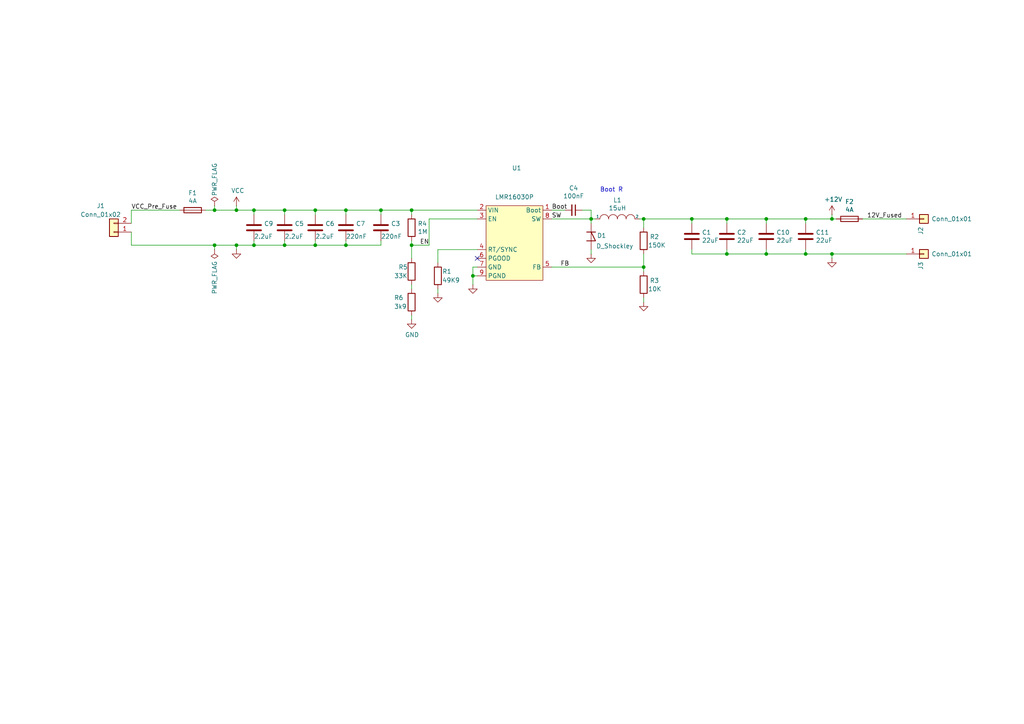
<source format=kicad_sch>
(kicad_sch (version 20231120) (generator "eeschema") (generator_version "8.0")
  (paper "A4")
  (lib_symbols
    (symbol "Connector_Generic:Conn_01x01" (pin_names (offset 1.016) hide)
      (property "Reference" "J" (at 0 2.54 0))
      (property "Value" "Conn_01x01" (at 0 -2.54 0))
      (symbol "Conn_01x01_1_1"
        (rectangle (start -1.27 0.127) (end 0 -0.127) (stroke (width 0.1524)))
        (rectangle (start -1.27 1.27) (end 1.27 -1.27) (stroke (width 0.254)) (fill (type background)))
        (pin passive line (at -5.08 0 0) (length 3.81) (name "Pin_1") (number "1"))
      )
    )
    (symbol "Connector_Generic:Conn_01x02" (pin_names (offset 1.016) hide)
      (property "Reference" "J" (at 0 2.54 0))
      (property "Value" "Conn_01x02" (at 0 -5.08 0))
      (symbol "Conn_01x02_1_1"
        (rectangle (start -1.27 -2.413) (end 0 -2.667) (stroke (width 0.1524)))
        (rectangle (start -1.27 0.127) (end 0 -0.127) (stroke (width 0.1524)))
        (rectangle (start -1.27 1.27) (end 1.27 -3.81) (stroke (width 0.254)) (fill (type background)))
        (pin passive line (at -5.08 0 0) (length 3.81) (name "Pin_1") (number "1"))
        (pin passive line (at -5.08 -2.54 0) (length 3.81) (name "Pin_2") (number "2"))
      )
    )
    (symbol "Device:C" (pin_numbers hide) (pin_names (offset 0.254))
      (property "Reference" "C" (at 0.635 2.54 0))
      (property "Value" "C" (at 0.635 -2.54 0))
      (symbol "C_0_1"
        (polyline (pts (xy -2.032 -0.762) (xy 2.032 -0.762)) (stroke (width 0.508)))
        (polyline (pts (xy -2.032 0.762) (xy 2.032 0.762)) (stroke (width 0.508)))
      )
      (symbol "C_1_1"
        (pin passive line (at 0 3.81 270) (length 2.794) (name "~") (number "1"))
        (pin passive line (at 0 -3.81 90) (length 2.794) (name "~") (number "2"))
      )
    )
    (symbol "Device:C_Small" (pin_numbers hide) (pin_names (offset 0.254) hide)
      (property "Reference" "C" (at 0.254 1.778 0))
      (property "Value" "C_Small" (at 0.254 -2.032 0))
      (symbol "C_Small_0_1"
        (polyline (pts (xy -1.524 -0.508) (xy 1.524 -0.508)) (stroke (width 0.3302)))
        (polyline (pts (xy -1.524 0.508) (xy 1.524 0.508)) (stroke (width 0.3048)))
      )
      (symbol "C_Small_1_1"
        (pin passive line (at 0 2.54 270) (length 2.032) (name "~") (number "1"))
        (pin passive line (at 0 -2.54 90) (length 2.032) (name "~") (number "2"))
      )
    )
    (symbol "Device:D_Shockley" (pin_numbers hide) (pin_names (offset 1.016) hide)
      (property "Reference" "D" (at 0 2.54 0))
      (property "Value" "D_Shockley" (at 0 -2.54 0))
      (symbol "D_Shockley_0_1"
        (polyline (pts (xy -1.27 0) (xy 1.27 0)))
        (polyline (pts (xy -1.27 1.27) (xy -1.27 -1.27)) (stroke (width 0.254)))
        (polyline (pts (xy -1.27 0) (xy 1.27 1.27) (xy 1.27 -1.27)) (stroke (width 0.254)))
      )
      (symbol "D_Shockley_1_1"
        (pin passive line (at -3.81 0 0) (length 2.54) (name "K") (number "1"))
        (pin passive line (at 3.81 0 180) (length 2.54) (name "A") (number "2"))
      )
    )
    (symbol "Device:Fuse" (pin_numbers hide) (pin_names (offset 0))
      (property "Reference" "F" (at 2.032 0 90))
      (property "Value" "Fuse" (at -1.905 0 90))
      (symbol "Fuse_0_1"
        (rectangle (start -0.762 -2.54) (end 0.762 2.54) (stroke (width 0.254)))
        (polyline (pts (xy 0 2.54) (xy 0 -2.54)))
      )
      (symbol "Fuse_1_1"
        (pin passive line (at 0 3.81 270) (length 1.27) (name "~") (number "1"))
        (pin passive line (at 0 -3.81 90) (length 1.27) (name "~") (number "2"))
      )
    )
    (symbol "Device:R" (pin_numbers hide) (pin_names (offset 0))
      (property "Reference" "R" (at 2.032 0 90))
      (property "Value" "R" (at 0 0 90))
      (symbol "R_0_1"
        (rectangle (start -1.016 -2.54) (end 1.016 2.54) (stroke (width 0.254)))
      )
      (symbol "R_1_1"
        (pin passive line (at 0 3.81 270) (length 1.27) (name "~") (number "1"))
        (pin passive line (at 0 -3.81 90) (length 1.27) (name "~") (number "2"))
      )
    )
    (symbol "cacophony-library:LMR16030P"
      (property "Reference" "U2" (at -0.635 16.51 0))
      (property "Value" "LMR16030P" (at -0.635 13.97 0))
      (symbol "LMR16030P_0_1"
        (rectangle (start -8.89 11.43) (end 7.62 -10.16) (fill (type background)))
      )
      (symbol "LMR16030P_1_1"
        (pin passive line (at 10.16 10.16 180) (length 2.54) (name "Boot") (number "1"))
        (pin passive line (at -11.43 10.16 0) (length 2.54) (name "VIN") (number "2"))
        (pin passive line (at -11.43 7.62 0) (length 2.54) (name "EN") (number "3"))
        (pin passive line (at -11.43 -1.27 0) (length 2.54) (name "RT/SYNC") (number "4"))
        (pin passive line (at 10.16 -6.35 180) (length 2.54) (name "FB") (number "5"))
        (pin passive line (at -11.43 -3.81 0) (length 2.54) (name "PGOOD") (number "6"))
        (pin passive line (at -11.43 -6.35 0) (length 2.54) (name "GND") (number "7"))
        (pin power_out line (at 10.16 7.62 180) (length 2.54) (name "SW") (number "8"))
        (pin passive line (at -11.43 -8.89 0) (length 2.54) (name "PGND") (number "9"))
      )
    )
    (symbol "cacophony-library:Power_Inductor" (pin_numbers hide) (pin_names (offset 0))
      (property "Reference" "L" (at 0 6.35 0))
      (property "Value" "H" (at 0 3.81 0))
      (symbol "Power_Inductor_0_1"
        (arc (start -2.54 0) (mid -3.81 1.2645) (end -5.08 0))
        (arc (start 0 0) (mid -1.27 1.2645) (end -2.54 0))
        (arc (start 2.54 0) (mid 1.27 1.2645) (end 0 0))
        (arc (start 5.08 0) (mid 3.81 1.2645) (end 2.54 0))
      )
      (symbol "Power_Inductor_1_1"
        (pin power_in line (at -6.35 0 0) (length 1.27) (name "1") (number "1"))
        (pin power_out line (at 6.35 0 180) (length 1.27) (name "2") (number "2"))
      )
    )
    (symbol "power:+12V" (power) (pin_numbers hide) (pin_names (offset 0) hide)
      (property "Value" "+12V" (at 0 3.556 0))
      (symbol "+12V_0_1"
        (polyline (pts (xy -0.762 1.27) (xy 0 2.54)))
        (polyline (pts (xy 0 0) (xy 0 2.54)))
        (polyline (pts (xy 0 2.54) (xy 0.762 1.27)))
      )
      (symbol "+12V_1_1"
        (pin power_in line (at 0 0 90) (length 0) (name "~") (number "1"))
      )
    )
    (symbol "power:GND" (power) (pin_numbers hide) (pin_names (offset 0) hide)
      (property "Value" "GND" (at 0 -3.81 0))
      (symbol "GND_0_1"
        (polyline (pts (xy 0 0) (xy 0 -1.27) (xy 1.27 -1.27) (xy 0 -2.54) (xy -1.27 -1.27) (xy 0 -1.27)))
      )
      (symbol "GND_1_1"
        (pin power_in line (at 0 0 270) (length 0) (name "~") (number "1"))
      )
    )
    (symbol "power:PWR_FLAG" (power) (pin_numbers hide) (pin_names (offset 0) hide)
      (property "Value" "PWR_FLAG" (at 0 3.81 0))
      (symbol "PWR_FLAG_0_0"
        (pin power_out line (at 0 0 90) (length 0) (name "~") (number "1"))
      )
      (symbol "PWR_FLAG_0_1"
        (polyline (pts (xy 0 0) (xy 0 1.27) (xy -1.016 1.905) (xy 0 2.54) (xy 1.016 1.905) (xy 0 1.27)))
      )
    )
    (symbol "power:VCC" (power) (pin_numbers hide) (pin_names (offset 0) hide)
      (property "Value" "VCC" (at 0 3.556 0))
      (symbol "VCC_0_1"
        (polyline (pts (xy -0.762 1.27) (xy 0 2.54)))
        (polyline (pts (xy 0 0) (xy 0 2.54)))
        (polyline (pts (xy 0 2.54) (xy 0.762 1.27)))
      )
      (symbol "VCC_1_1"
        (pin power_in line (at 0 0 90) (length 0) (name "~") (number "1"))
      )
    )
  )
  (junction (at 186.69 63.5))
  (junction (at 137.16 80.01))
  (junction (at 171.45 63.5))
  (junction (at 222.25 73.66))
  (junction (at 73.66 60.96))
  (junction (at 233.68 63.5))
  (junction (at 68.58 71.12))
  (junction (at 241.3 73.66))
  (junction (at 62.23 71.12))
  (junction (at 200.66 63.5))
  (junction (at 210.82 63.5))
  (junction (at 222.25 63.5))
  (junction (at 210.82 73.66))
  (junction (at 100.33 71.12))
  (junction (at 73.66 71.12))
  (junction (at 119.38 60.96))
  (junction (at 82.55 71.12))
  (junction (at 82.55 60.96))
  (junction (at 110.49 60.96))
  (junction (at 91.44 71.12))
  (junction (at 233.68 73.66))
  (junction (at 241.3 63.5))
  (junction (at 62.23 60.96))
  (junction (at 91.44 60.96))
  (junction (at 100.33 60.96))
  (junction (at 186.69 77.47))
  (junction (at 68.58 60.96))
  (junction (at 119.38 71.12))
  (no_connect (at 138.43 74.93))
  (wire (pts (xy 100.33 60.96) (xy 91.44 60.96)))
  (wire (pts (xy 186.69 63.5) (xy 186.69 66.04)))
  (wire (pts (xy 119.38 69.85) (xy 119.38 71.12)))
  (wire (pts (xy 127 72.39) (xy 127 76.2)))
  (wire (pts (xy 250.19 63.5) (xy 262.89 63.5)))
  (wire (pts (xy 241.3 73.66) (xy 233.68 73.66)))
  (wire (pts (xy 110.49 69.85) (xy 110.49 71.12)))
  (wire (pts (xy 186.69 87.63) (xy 186.69 86.36)))
  (wire (pts (xy 91.44 60.96) (xy 82.55 60.96)))
  (wire (pts (xy 186.69 63.5) (xy 200.66 63.5)))
  (wire (pts (xy 100.33 60.96) (xy 110.49 60.96)))
  (wire (pts (xy 38.1 71.12) (xy 62.23 71.12)))
  (wire (pts (xy 73.66 71.12) (xy 82.55 71.12)))
  (wire (pts (xy 233.68 73.66) (xy 233.68 72.39)))
  (wire (pts (xy 62.23 71.12) (xy 68.58 71.12)))
  (wire (pts (xy 171.45 64.77) (xy 171.45 63.5)))
  (wire (pts (xy 222.25 73.66) (xy 233.68 73.66)))
  (wire (pts (xy 171.45 63.5) (xy 172.72 63.5)))
  (wire (pts (xy 200.66 73.66) (xy 210.82 73.66)))
  (wire (pts (xy 73.66 71.12) (xy 73.66 69.85)))
  (wire (pts (xy 160.02 60.96) (xy 163.83 60.96)))
  (wire (pts (xy 73.66 60.96) (xy 73.66 62.23)))
  (wire (pts (xy 186.69 77.47) (xy 186.69 73.66)))
  (wire (pts (xy 233.68 63.5) (xy 222.25 63.5)))
  (wire (pts (xy 119.38 91.44) (xy 119.38 92.71)))
  (wire (pts (xy 91.44 71.12) (xy 82.55 71.12)))
  (wire (pts (xy 241.3 74.93) (xy 241.3 73.66)))
  (wire (pts (xy 73.66 60.96) (xy 82.55 60.96)))
  (wire (pts (xy 222.25 73.66) (xy 222.25 72.39)))
  (wire (pts (xy 200.66 64.77) (xy 200.66 63.5)))
  (wire (pts (xy 68.58 71.12) (xy 68.58 72.39)))
  (wire (pts (xy 200.66 63.5) (xy 210.82 63.5)))
  (wire (pts (xy 185.42 63.5) (xy 186.69 63.5)))
  (wire (pts (xy 119.38 83.82) (xy 119.38 82.55)))
  (wire (pts (xy 100.33 71.12) (xy 91.44 71.12)))
  (wire (pts (xy 119.38 60.96) (xy 138.43 60.96)))
  (wire (pts (xy 119.38 62.23) (xy 119.38 60.96)))
  (wire (pts (xy 38.1 60.96) (xy 52.07 60.96)))
  (wire (pts (xy 100.33 71.12) (xy 110.49 71.12)))
  (wire (pts (xy 233.68 64.77) (xy 233.68 63.5)))
  (wire (pts (xy 68.58 71.12) (xy 73.66 71.12)))
  (wire (pts (xy 160.02 63.5) (xy 171.45 63.5)))
  (wire (pts (xy 119.38 71.12) (xy 124.46 71.12)))
  (wire (pts (xy 241.3 62.23) (xy 241.3 63.5)))
  (wire (pts (xy 91.44 62.23) (xy 91.44 60.96)))
  (wire (pts (xy 91.44 69.85) (xy 91.44 71.12)))
  (wire (pts (xy 38.1 60.96) (xy 38.1 64.77)))
  (wire (pts (xy 210.82 63.5) (xy 210.82 64.77)))
  (wire (pts (xy 127 83.82) (xy 127 85.09)))
  (wire (pts (xy 171.45 60.96) (xy 171.45 63.5)))
  (wire (pts (xy 137.16 80.01) (xy 137.16 82.55)))
  (wire (pts (xy 171.45 72.39) (xy 171.45 73.66)))
  (wire (pts (xy 62.23 71.12) (xy 62.23 72.39)))
  (wire (pts (xy 68.58 60.96) (xy 68.58 59.69)))
  (wire (pts (xy 124.46 71.12) (xy 124.46 63.5)))
  (wire (pts (xy 241.3 63.5) (xy 233.68 63.5)))
  (wire (pts (xy 168.91 60.96) (xy 171.45 60.96)))
  (wire (pts (xy 62.23 60.96) (xy 68.58 60.96)))
  (wire (pts (xy 100.33 69.85) (xy 100.33 71.12)))
  (wire (pts (xy 210.82 73.66) (xy 222.25 73.66)))
  (wire (pts (xy 138.43 77.47) (xy 137.16 77.47)))
  (wire (pts (xy 119.38 74.93) (xy 119.38 71.12)))
  (wire (pts (xy 186.69 77.47) (xy 186.69 78.74)))
  (wire (pts (xy 62.23 60.96) (xy 62.23 59.69)))
  (wire (pts (xy 200.66 72.39) (xy 200.66 73.66)))
  (wire (pts (xy 137.16 77.47) (xy 137.16 80.01)))
  (wire (pts (xy 127 72.39) (xy 138.43 72.39)))
  (wire (pts (xy 124.46 63.5) (xy 138.43 63.5)))
  (wire (pts (xy 160.02 77.47) (xy 186.69 77.47)))
  (wire (pts (xy 38.1 71.12) (xy 38.1 67.31)))
  (wire (pts (xy 100.33 62.23) (xy 100.33 60.96)))
  (wire (pts (xy 59.69 60.96) (xy 62.23 60.96)))
  (wire (pts (xy 82.55 69.85) (xy 82.55 71.12)))
  (wire (pts (xy 222.25 63.5) (xy 210.82 63.5)))
  (wire (pts (xy 222.25 64.77) (xy 222.25 63.5)))
  (wire (pts (xy 241.3 63.5) (xy 242.57 63.5)))
  (wire (pts (xy 210.82 72.39) (xy 210.82 73.66)))
  (wire (pts (xy 241.3 73.66) (xy 262.89 73.66)))
  (wire (pts (xy 138.43 80.01) (xy 137.16 80.01)))
  (wire (pts (xy 68.58 60.96) (xy 73.66 60.96)))
  (wire (pts (xy 110.49 60.96) (xy 119.38 60.96)))
  (wire (pts (xy 110.49 62.23) (xy 110.49 60.96)))
  (wire (pts (xy 82.55 62.23) (xy 82.55 60.96)))
  (text "Boot R" (at 173.99 55.88 0) (effects (font (size 1.27 1.27)) (justify left bottom)))
  (label "FB" (at 162.56 77.47 0))
  (label "VCC_Pre_Fuse" (at 38.1 60.96 0))
  (label "SW" (at 160.02 63.5 0))
  (label "EN" (at 124.46 71.12 180))
  (label "12V_Fused" (at 251.46 63.5 0))
  (label "Boot" (at 160.02 60.96 0))
  (symbol (lib_id "power:GND") (at 137.16 82.55 0) (unit 1)
    (property "Reference" "#PWR0101" (effects (hide yes)))
    (property "Value" "GND" (effects (hide yes)))
    (property "Description" "Power symbol creates a global label with name \"GND\" , ground" (effects (hide yes)))
  )
  (symbol (lib_id "Device:R") (at 127 80.01 0) (unit 1)
    (property "Reference" "R1" (at 128.27 78.74 0) (effects (justify left)))
    (property "Value" "49K9" (at 128.27 81.28 0) (effects (justify left)))
    (property "Footprint" "Resistor_SMD:R_0603_1608Metric" (effects (hide yes)))
    (property "LCSC" "C23184" (effects (hide yes)))
  )
  (symbol (lib_id "power:GND") (at 127 85.09 0) (unit 1)
    (property "Reference" "#PWR0103" (effects (hide yes)))
    (property "Value" "GND" (effects (hide yes)))
    (property "Description" "Power symbol creates a global label with name \"GND\" , ground" (effects (hide yes)))
  )
  (symbol (lib_id "power:VCC") (at 68.58 59.69 0) (unit 1)
    (property "Reference" "#PWR0104" (effects (hide yes)))
    (property "Value" "VCC" (at 68.961 55.2958 0))
    (property "Description" "Power symbol creates a global label with name \"VCC\"" (effects (hide yes)))
  )
  (symbol (lib_id "Device:D_Shockley") (at 171.45 68.58 270) (unit 1)
    (property "Reference" "D1" (at 174.498 68.326 90))
    (property "Value" "D_Shockley" (at 178.308 71.374 90))
    (property "Footprint" "Diode_SMD:D_SMA" (effects (hide yes)))
    (property "LCSC" "C22452" (effects (hide yes)))
  )
  (symbol (lib_id "power:GND") (at 171.45 73.66 0) (unit 1)
    (property "Reference" "#PWR0105" (effects (hide yes)))
    (property "Value" "GND" (effects (hide yes)))
    (property "Description" "Power symbol creates a global label with name \"GND\" , ground" (effects (hide yes)))
  )
  (symbol (lib_id "Device:C_Small") (at 166.37 60.96 270) (unit 1)
    (property "Reference" "C4" (at 166.37 54.5592 90))
    (property "Value" "100nF" (at 166.37 56.8706 90))
    (property "Footprint" "Capacitor_SMD:C_0603_1608Metric" (effects (hide yes)))
    (property "Description" "Unpolarized capacitor, small symbol" (effects (hide yes)))
    (property "LCSC" "C14663" (effects (hide yes)))
  )
  (symbol (lib_id "cacophony-library:Power_Inductor") (at 179.07 63.5 0) (unit 1)
    (property "Reference" "L1" (at 179.07 58.039 0))
    (property "Value" "15uH" (at 179.07 60.3504 0))
    (property "Footprint" "battery-dc-dc-converter:SWRH1207B" (effects (hide yes)))
    (property "Description" "Inductor symbol for simulation only" (effects (hide yes)))
    (property "LCSC" "C115137" (effects (hide yes)))
  )
  (symbol (lib_id "Device:R") (at 186.69 69.85 0) (unit 1)
    (property "Reference" "R2" (at 188.468 68.6816 0) (effects (justify left)))
    (property "Value" "150K" (at 187.96 71.12 0) (effects (justify left)))
    (property "Footprint" "Resistor_SMD:R_0603_1608Metric" (effects (hide yes)))
    (property "LCSC" "C326734" (effects (hide yes)))
  )
  (symbol (lib_id "Device:R") (at 186.69 82.55 0) (unit 1)
    (property "Reference" "R3" (at 188.468 81.3816 0) (effects (justify left)))
    (property "Value" "10K" (at 187.96 83.82 0) (effects (justify left)))
    (property "Footprint" "Resistor_SMD:R_0603_1608Metric" (effects (hide yes)))
    (property "LCSC" "C25804" (effects (hide yes)))
  )
  (symbol (lib_id "power:GND") (at 186.69 87.63 0) (unit 1)
    (property "Reference" "#PWR0106" (effects (hide yes)))
    (property "Value" "GND" (effects (hide yes)))
    (property "Description" "Power symbol creates a global label with name \"GND\" , ground" (effects (hide yes)))
  )
  (symbol (lib_id "power:GND") (at 241.3 74.93 0) (unit 1)
    (property "Reference" "#PWR0107" (effects (hide yes)))
    (property "Value" "GND" (effects (hide yes)))
    (property "Description" "Power symbol creates a global label with name \"GND\" , ground" (effects (hide yes)))
  )
  (symbol (lib_id "power:+12V") (at 241.3 62.23 0) (unit 1)
    (property "Reference" "#PWR0108" (effects (hide yes)))
    (property "Value" "+12V" (at 241.681 57.8358 0))
    (property "Description" "Power symbol creates a global label with name \"+12V\"" (effects (hide yes)))
  )
  (symbol (lib_id "Connector_Generic:Conn_01x02") (at 33.02 67.31 180) (unit 1)
    (property "Reference" "J1" (at 29.21 59.69 0))
    (property "Value" "Conn_01x02" (at 29.21 62.23 0))
    (property "Footprint" "scooter-ps:xt60pw-m" (effects (hide yes)))
    (property "LCSC" "C98732" (effects (hide yes)))
  )
  (symbol (lib_id "Device:C") (at 200.66 68.58 0) (unit 1)
    (property "Reference" "C1" (at 203.581 67.4116 0) (effects (justify left)))
    (property "Value" "22uF" (at 203.581 69.723 0) (effects (justify left)))
    (property "Footprint" "Capacitor_SMD:C_0805_2012Metric" (effects (hide yes)))
    (property "LCSC" "C602037" (effects (hide yes)))
  )
  (symbol (lib_id "Device:C") (at 210.82 68.58 0) (unit 1)
    (property "Reference" "C2" (at 213.741 67.4116 0) (effects (justify left)))
    (property "Value" "22uF" (at 213.741 69.723 0) (effects (justify left)))
    (property "Footprint" "Capacitor_SMD:C_0805_2012Metric" (effects (hide yes)))
    (property "LCSC" "C602037" (effects (hide yes)))
  )
  (symbol (lib_id "Device:C") (at 100.33 66.04 0) (unit 1)
    (property "Reference" "C7" (at 103.251 64.8716 0) (effects (justify left)))
    (property "Value" "220nF" (at 100.33 68.58 0) (effects (justify left)))
    (property "Footprint" "Capacitor_SMD:C_0805_2012Metric" (effects (hide yes)))
    (property "LCSC" "C513710" (effects (hide yes)))
  )
  (symbol (lib_id "Device:C") (at 91.44 66.04 0) (unit 1)
    (property "Reference" "C6" (at 94.361 64.8716 0) (effects (justify left)))
    (property "Value" "2.2uF" (at 91.44 68.58 0) (effects (justify left)))
    (property "Footprint" "Capacitor_SMD:C_1210_3225Metric" (effects (hide yes)))
    (property "LCSC" "C55151" (effects (hide yes)))
  )
  (symbol (lib_id "Device:C") (at 82.55 66.04 0) (unit 1)
    (property "Reference" "C5" (at 85.471 64.8716 0) (effects (justify left)))
    (property "Value" "2.2uF" (at 82.55 68.58 0) (effects (justify left)))
    (property "Footprint" "Capacitor_SMD:C_1210_3225Metric" (effects (hide yes)))
    (property "LCSC" "C55151" (effects (hide yes)))
  )
  (symbol (lib_id "power:GND") (at 68.58 72.39 0) (unit 1)
    (property "Reference" "#PWR0113" (effects (hide yes)))
    (property "Value" "GND" (effects (hide yes)))
    (property "Description" "Power symbol creates a global label with name \"GND\" , ground" (effects (hide yes)))
  )
  (symbol (lib_id "Device:Fuse") (at 55.88 60.96 270) (unit 1)
    (property "Reference" "F1" (at 55.88 55.9562 90))
    (property "Value" "4A" (at 55.88 58.2676 90))
    (property "Footprint" "Fuse:Fuse_1206_3216Metric_Pad1.42x1.75mm_HandSolder" (effects (hide yes)))
    (property "LCSC" "C136349" (effects (hide yes)))
  )
  (symbol (lib_id "Device:Fuse") (at 246.38 63.5 270) (unit 1)
    (property "Reference" "F2" (at 246.38 58.4962 90))
    (property "Value" "4A" (at 246.38 60.8076 90))
    (property "Footprint" "Fuse:Fuse_1206_3216Metric_Pad1.42x1.75mm_HandSolder" (effects (hide yes)))
    (property "LCSC" "C136349" (effects (hide yes)))
  )
  (symbol (lib_id "Device:R") (at 119.38 66.04 0) (unit 1)
    (property "Reference" "R4" (at 121.158 64.8716 0) (effects (justify left)))
    (property "Value" "1M" (at 121.158 67.183 0) (effects (justify left)))
    (property "Footprint" "Resistor_SMD:R_0603_1608Metric" (effects (hide yes)))
    (property "LCSC" "C22935" (effects (hide yes)))
  )
  (symbol (lib_id "power:GND") (at 119.38 92.71 0) (unit 1)
    (property "Reference" "#PWR0114" (effects (hide yes)))
    (property "Value" "GND" (at 119.507 97.1042 0))
    (property "Description" "Power symbol creates a global label with name \"GND\" , ground" (effects (hide yes)))
  )
  (symbol (lib_id "Device:R") (at 119.38 78.74 0) (unit 1)
    (property "Reference" "R5" (at 115.57 77.47 0) (effects (justify left)))
    (property "Value" "33K" (at 114.3 80.01 0) (effects (justify left)))
    (property "Footprint" "Resistor_SMD:R_0603_1608Metric" (effects (hide yes)))
    (property "LCSC" "C4216" (effects (hide yes)))
  )
  (symbol (lib_id "Device:R") (at 119.38 87.63 0) (unit 1)
    (property "Reference" "R6" (at 114.3 86.36 0) (effects (justify left)))
    (property "Value" "3k9" (at 114.3 88.9 0) (effects (justify left)))
    (property "Footprint" "Resistor_SMD:R_0603_1608Metric" (effects (hide yes)))
    (property "LCSC" "C23018" (effects (hide yes)))
  )
  (symbol (lib_id "Connector_Generic:Conn_01x01") (at 267.97 63.5 0) (unit 1) (in_bom no)
    (property "Reference" "J2" (at 267.0556 65.7352 90) (effects (justify right)))
    (property "Value" "Conn_01x01" (at 281.94 63.5 0) (effects (justify right)))
    (property "Footprint" "battery-dc-dc-converter:hole-pad" (effects (hide yes)))
  )
  (symbol (lib_id "Connector_Generic:Conn_01x01") (at 267.97 73.66 0) (unit 1) (in_bom no)
    (property "Reference" "J3" (at 267.0556 75.8952 90) (effects (justify right)))
    (property "Value" "Conn_01x01" (at 281.94 73.66 0) (effects (justify right)))
    (property "Footprint" "battery-dc-dc-converter:hole-pad" (effects (hide yes)))
  )
  (symbol (lib_id "cacophony-library:LMR16030P") (at 149.86 71.12 0) (unit 1)
    (property "Reference" "U1" (at 149.86 48.7426 0))
    (property "Value" "LMR16030P" (at 149.225 57.15 0))
    (property "Footprint" "Package_SO:TI_SO-PowerPAD-8" (effects (hide yes)))
    (property "Datasheet" "https://www.ti.com/lit/ds/symlink/lmr16030.pdf?HQS=dis-dk-null-digikeymode-dsf-pf-null-wwe&ts=1653195362736&ref_url=https%253A%252F%252Fwww.ti.com%252Fgeneral%252Fdocs%252Fsuppproductinfo.tsp%253FdistId%253D10%2526gotoUrl%253Dhttps%253A%252F%252Fwww.ti.com%252Flit%252Fgpn%252Flmr16030" (effects (hide yes)))
    (property "LCSC" "C90665" (effects (hide yes)))
  )
  (symbol (lib_id "power:PWR_FLAG") (at 62.23 72.39 180) (unit 1)
    (property "Reference" "#FLG0102" (effects (hide yes)))
    (property "Value" "PWR_FLAG" (at 62.23 80.518 90))
    (property "Description" "Special symbol for telling ERC where power comes from" (effects (hide yes)))
  )
  (symbol (lib_id "power:PWR_FLAG") (at 62.23 59.69 0) (unit 1)
    (property "Reference" "#FLG0103" (effects (hide yes)))
    (property "Value" "PWR_FLAG" (at 62.23 52.07 90))
    (property "Description" "Special symbol for telling ERC where power comes from" (effects (hide yes)))
  )
  (symbol (lib_id "Device:C") (at 110.49 66.04 0) (unit 1)
    (property "Reference" "C3" (at 113.411 64.8716 0) (effects (justify left)))
    (property "Value" "220nF" (at 110.49 68.58 0) (effects (justify left)))
    (property "Footprint" "Capacitor_SMD:C_0805_2012Metric" (effects (hide yes)))
    (property "LCSC" "C513710" (effects (hide yes)))
  )
  (symbol (lib_id "Device:C") (at 73.66 66.04 0) (unit 1)
    (property "Reference" "C9" (at 76.581 64.8716 0) (effects (justify left)))
    (property "Value" "2.2uF" (at 73.66 68.58 0) (effects (justify left)))
    (property "Footprint" "Capacitor_SMD:C_1210_3225Metric" (effects (hide yes)))
    (property "LCSC" "C55151" (effects (hide yes)))
  )
  (symbol (lib_id "Device:C") (at 222.25 68.58 0) (unit 1)
    (property "Reference" "C10" (at 225.171 67.4116 0) (effects (justify left)))
    (property "Value" "22uF" (at 225.171 69.723 0) (effects (justify left)))
    (property "Footprint" "Capacitor_SMD:C_0805_2012Metric" (effects (hide yes)))
    (property "LCSC" "C602037" (effects (hide yes)))
  )
  (symbol (lib_id "Device:C") (at 233.68 68.58 0) (unit 1)
    (property "Reference" "C11" (at 236.601 67.4116 0) (effects (justify left)))
    (property "Value" "22uF" (at 236.601 69.723 0) (effects (justify left)))
    (property "Footprint" "Capacitor_SMD:C_0805_2012Metric" (effects (hide yes)))
    (property "LCSC" "C602037" (effects (hide yes)))
  )
)
</source>
